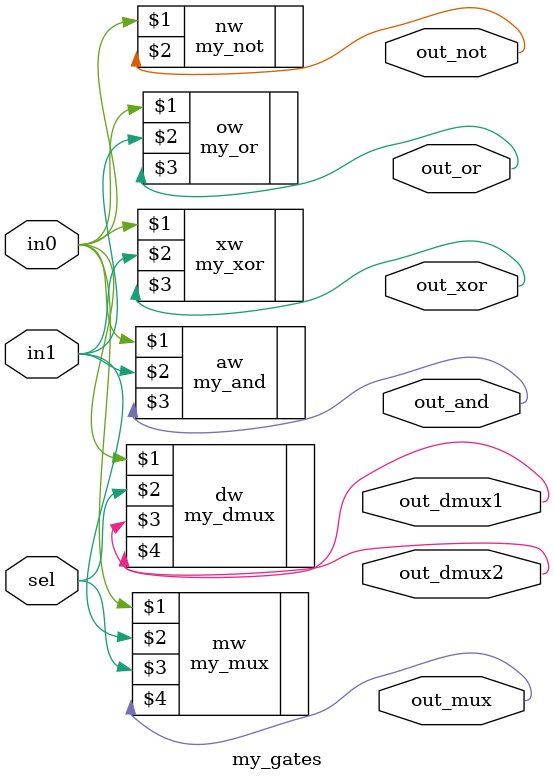
<source format=v>
`include "my_not.v"
`include "my_and.v"
`include "my_or.v"
`include "my_xor.v"
`include "my_mux.v"
`include "my_dmux.v"

module my_gates(input in0, in1, sel,
                output out_not, out_and, out_or, out_xor, out_mux,
                out_dmux1, out_dmux2);

   my_not nw(in0, out_not);
   my_and aw(in0, in1, out_and);
   my_or ow(in0, in1, out_or);
   my_xor xw(in0, in1, out_xor);
   my_mux mw(in0, in1, sel, out_mux);
   my_dmux dw(in0, sel, out_dmux1, out_dmux2);
endmodule

</source>
